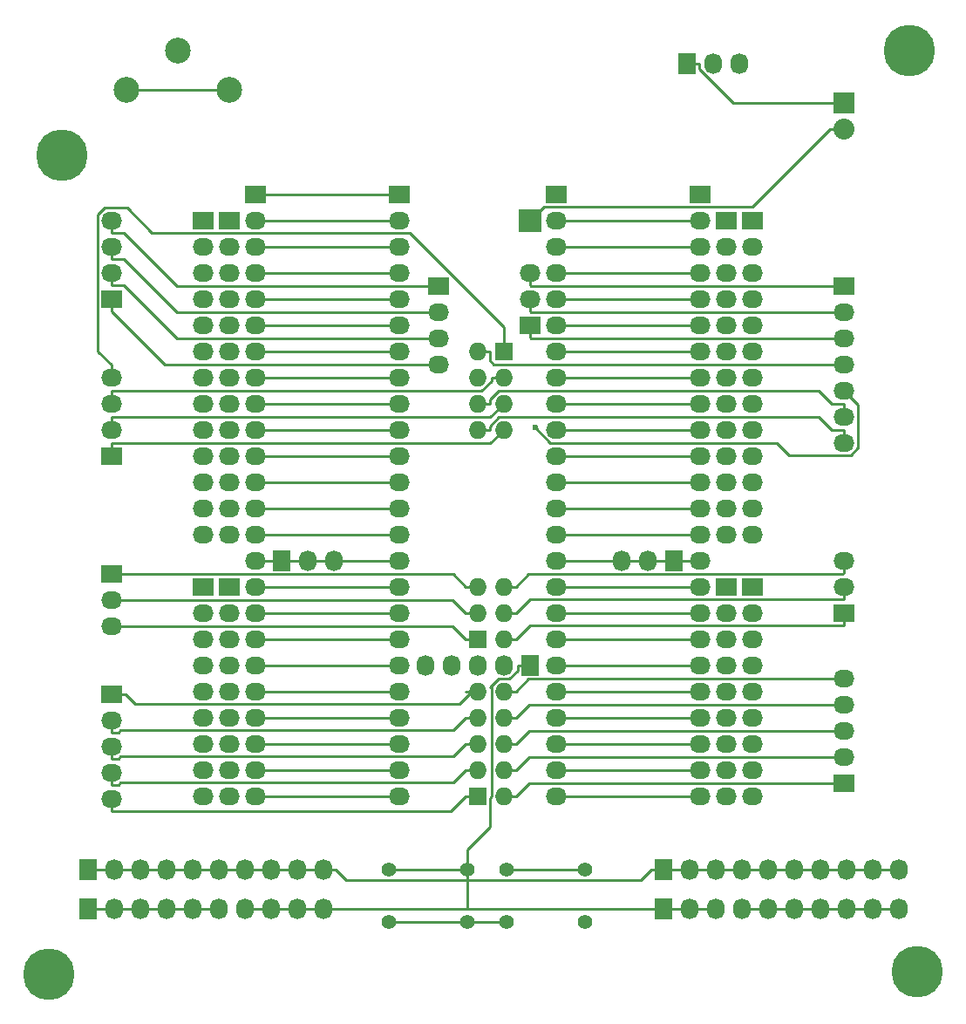
<source format=gbr>
G04 #@! TF.FileFunction,Copper,L2,Bot,Signal*
%FSLAX46Y46*%
G04 Gerber Fmt 4.6, Leading zero omitted, Abs format (unit mm)*
G04 Created by KiCad (PCBNEW 4.0.4-stable) date 12/08/16 13:32:53*
%MOMM*%
%LPD*%
G01*
G04 APERTURE LIST*
%ADD10C,0.100000*%
%ADD11C,1.397000*%
%ADD12R,1.727200X2.032000*%
%ADD13O,1.727200X2.032000*%
%ADD14C,2.499360*%
%ADD15R,2.032000X1.727200*%
%ADD16O,2.032000X1.727200*%
%ADD17R,1.727200X1.727200*%
%ADD18O,1.727200X1.727200*%
%ADD19R,2.235200X2.235200*%
%ADD20R,2.032000X2.032000*%
%ADD21O,2.032000X2.032000*%
%ADD22C,5.000000*%
%ADD23C,0.600000*%
%ADD24C,0.250000*%
G04 APERTURE END LIST*
D10*
D11*
X122174000Y-116332000D03*
X122174000Y-121412000D03*
X114554000Y-116332000D03*
X114554000Y-121412000D03*
D12*
X129794000Y-120142000D03*
D13*
X132334000Y-120142000D03*
X134874000Y-120142000D03*
X137414000Y-120142000D03*
X139954000Y-120142000D03*
X142494000Y-120142000D03*
X145034000Y-120142000D03*
X147574000Y-120142000D03*
X150114000Y-120142000D03*
X152654000Y-120142000D03*
D12*
X73914000Y-120142000D03*
D13*
X76454000Y-120142000D03*
X78994000Y-120142000D03*
X81534000Y-120142000D03*
X84074000Y-120142000D03*
X86614000Y-120142000D03*
X89154000Y-120142000D03*
X91694000Y-120142000D03*
X94234000Y-120142000D03*
X96774000Y-120142000D03*
D12*
X73914000Y-116332000D03*
D13*
X76454000Y-116332000D03*
X78994000Y-116332000D03*
X81534000Y-116332000D03*
X84074000Y-116332000D03*
X86614000Y-116332000D03*
X89154000Y-116332000D03*
X91694000Y-116332000D03*
X94234000Y-116332000D03*
X96774000Y-116332000D03*
D14*
X77627440Y-40640020D03*
X82628700Y-36840180D03*
X87629960Y-40640020D03*
D15*
X85090000Y-53340000D03*
D16*
X85090000Y-55880000D03*
X85090000Y-58420000D03*
X85090000Y-60960000D03*
X85090000Y-63500000D03*
X85090000Y-66040000D03*
X85090000Y-68580000D03*
X85090000Y-71120000D03*
X85090000Y-73660000D03*
X85090000Y-76200000D03*
X85090000Y-78740000D03*
X85090000Y-81280000D03*
X85090000Y-83820000D03*
D15*
X85090000Y-88900000D03*
D16*
X85090000Y-91440000D03*
X85090000Y-93980000D03*
X85090000Y-96520000D03*
X85090000Y-99060000D03*
X85090000Y-101600000D03*
X85090000Y-104140000D03*
X85090000Y-106680000D03*
X85090000Y-109220000D03*
D15*
X87630000Y-53340000D03*
D16*
X87630000Y-55880000D03*
X87630000Y-58420000D03*
X87630000Y-60960000D03*
X87630000Y-63500000D03*
X87630000Y-66040000D03*
X87630000Y-68580000D03*
X87630000Y-71120000D03*
X87630000Y-73660000D03*
X87630000Y-76200000D03*
X87630000Y-78740000D03*
X87630000Y-81280000D03*
X87630000Y-83820000D03*
D15*
X87630000Y-88900000D03*
D16*
X87630000Y-91440000D03*
X87630000Y-93980000D03*
X87630000Y-96520000D03*
X87630000Y-99060000D03*
X87630000Y-101600000D03*
X87630000Y-104140000D03*
X87630000Y-106680000D03*
X87630000Y-109220000D03*
D12*
X92710000Y-86360000D03*
D13*
X95250000Y-86360000D03*
X97790000Y-86360000D03*
D12*
X130810000Y-86360000D03*
D13*
X128270000Y-86360000D03*
X125730000Y-86360000D03*
D12*
X132080000Y-38100000D03*
D13*
X134620000Y-38100000D03*
X137160000Y-38100000D03*
D15*
X90170000Y-50800000D03*
D16*
X90170000Y-53340000D03*
X90170000Y-55880000D03*
X90170000Y-58420000D03*
X90170000Y-60960000D03*
X90170000Y-63500000D03*
X90170000Y-66040000D03*
X90170000Y-68580000D03*
X90170000Y-71120000D03*
X90170000Y-73660000D03*
X90170000Y-76200000D03*
X90170000Y-78740000D03*
X90170000Y-81280000D03*
X90170000Y-83820000D03*
X90170000Y-86360000D03*
X90170000Y-88900000D03*
X90170000Y-91440000D03*
X90170000Y-93980000D03*
X90170000Y-96520000D03*
X90170000Y-99060000D03*
X90170000Y-101600000D03*
X90170000Y-104140000D03*
X90170000Y-106680000D03*
X90170000Y-109220000D03*
D15*
X104140000Y-50800000D03*
D16*
X104140000Y-53340000D03*
X104140000Y-55880000D03*
X104140000Y-58420000D03*
X104140000Y-60960000D03*
X104140000Y-63500000D03*
X104140000Y-66040000D03*
X104140000Y-68580000D03*
X104140000Y-71120000D03*
X104140000Y-73660000D03*
X104140000Y-76200000D03*
X104140000Y-78740000D03*
X104140000Y-81280000D03*
X104140000Y-83820000D03*
X104140000Y-86360000D03*
X104140000Y-88900000D03*
X104140000Y-91440000D03*
X104140000Y-93980000D03*
X104140000Y-96520000D03*
X104140000Y-99060000D03*
X104140000Y-101600000D03*
X104140000Y-104140000D03*
X104140000Y-106680000D03*
X104140000Y-109220000D03*
D15*
X76200000Y-87630000D03*
D16*
X76200000Y-90170000D03*
X76200000Y-92710000D03*
D15*
X119380000Y-50800000D03*
D16*
X119380000Y-53340000D03*
X119380000Y-55880000D03*
X119380000Y-58420000D03*
X119380000Y-60960000D03*
X119380000Y-63500000D03*
X119380000Y-66040000D03*
X119380000Y-68580000D03*
X119380000Y-71120000D03*
X119380000Y-73660000D03*
X119380000Y-76200000D03*
X119380000Y-78740000D03*
X119380000Y-81280000D03*
X119380000Y-83820000D03*
X119380000Y-86360000D03*
X119380000Y-88900000D03*
X119380000Y-91440000D03*
X119380000Y-93980000D03*
X119380000Y-96520000D03*
X119380000Y-99060000D03*
X119380000Y-101600000D03*
X119380000Y-104140000D03*
X119380000Y-106680000D03*
X119380000Y-109220000D03*
D15*
X133350000Y-50800000D03*
D16*
X133350000Y-53340000D03*
X133350000Y-55880000D03*
X133350000Y-58420000D03*
X133350000Y-60960000D03*
X133350000Y-63500000D03*
X133350000Y-66040000D03*
X133350000Y-68580000D03*
X133350000Y-71120000D03*
X133350000Y-73660000D03*
X133350000Y-76200000D03*
X133350000Y-78740000D03*
X133350000Y-81280000D03*
X133350000Y-83820000D03*
X133350000Y-86360000D03*
X133350000Y-88900000D03*
X133350000Y-91440000D03*
X133350000Y-93980000D03*
X133350000Y-96520000D03*
X133350000Y-99060000D03*
X133350000Y-101600000D03*
X133350000Y-104140000D03*
X133350000Y-106680000D03*
X133350000Y-109220000D03*
D15*
X135890000Y-53340000D03*
D16*
X135890000Y-55880000D03*
X135890000Y-58420000D03*
X135890000Y-60960000D03*
X135890000Y-63500000D03*
X135890000Y-66040000D03*
X135890000Y-68580000D03*
X135890000Y-71120000D03*
X135890000Y-73660000D03*
X135890000Y-76200000D03*
X135890000Y-78740000D03*
X135890000Y-81280000D03*
X135890000Y-83820000D03*
D15*
X135890000Y-88900000D03*
D16*
X135890000Y-91440000D03*
X135890000Y-93980000D03*
X135890000Y-96520000D03*
X135890000Y-99060000D03*
X135890000Y-101600000D03*
X135890000Y-104140000D03*
X135890000Y-106680000D03*
X135890000Y-109220000D03*
D15*
X138430000Y-53340000D03*
D16*
X138430000Y-55880000D03*
X138430000Y-58420000D03*
X138430000Y-60960000D03*
X138430000Y-63500000D03*
X138430000Y-66040000D03*
X138430000Y-68580000D03*
X138430000Y-71120000D03*
X138430000Y-73660000D03*
X138430000Y-76200000D03*
X138430000Y-78740000D03*
X138430000Y-81280000D03*
X138430000Y-83820000D03*
D15*
X138430000Y-88900000D03*
D16*
X138430000Y-91440000D03*
X138430000Y-93980000D03*
X138430000Y-96520000D03*
X138430000Y-99060000D03*
X138430000Y-101600000D03*
X138430000Y-104140000D03*
X138430000Y-106680000D03*
X138430000Y-109220000D03*
D15*
X116840000Y-63500000D03*
D16*
X116840000Y-60960000D03*
X116840000Y-58420000D03*
D15*
X76200000Y-76200000D03*
D16*
X76200000Y-73660000D03*
X76200000Y-71120000D03*
X76200000Y-68580000D03*
D17*
X114300000Y-66040000D03*
D18*
X111760000Y-66040000D03*
X114300000Y-68580000D03*
X111760000Y-68580000D03*
X114300000Y-71120000D03*
X111760000Y-71120000D03*
X114300000Y-73660000D03*
X111760000Y-73660000D03*
D17*
X111760000Y-93980000D03*
D18*
X114300000Y-93980000D03*
X111760000Y-91440000D03*
X114300000Y-91440000D03*
X111760000Y-88900000D03*
X114300000Y-88900000D03*
D17*
X111760000Y-109220000D03*
D18*
X114300000Y-109220000D03*
X111760000Y-106680000D03*
X114300000Y-106680000D03*
X111760000Y-104140000D03*
X114300000Y-104140000D03*
X111760000Y-101600000D03*
X114300000Y-101600000D03*
X111760000Y-99060000D03*
X114300000Y-99060000D03*
D19*
X116840000Y-53340000D03*
D20*
X147320000Y-41910000D03*
D21*
X147320000Y-44450000D03*
D15*
X147320000Y-59690000D03*
D16*
X147320000Y-62230000D03*
X147320000Y-64770000D03*
X147320000Y-67310000D03*
X147320000Y-69850000D03*
X147320000Y-72390000D03*
X147320000Y-74930000D03*
D15*
X76200000Y-99314000D03*
D16*
X76200000Y-101854000D03*
X76200000Y-104394000D03*
X76200000Y-106934000D03*
X76200000Y-109474000D03*
D12*
X116840000Y-96520000D03*
D13*
X114300000Y-96520000D03*
X111760000Y-96520000D03*
X109220000Y-96520000D03*
X106680000Y-96520000D03*
D15*
X107950000Y-59690000D03*
D16*
X107950000Y-62230000D03*
X107950000Y-64770000D03*
X107950000Y-67310000D03*
D15*
X76200000Y-60960000D03*
D16*
X76200000Y-58420000D03*
X76200000Y-55880000D03*
X76200000Y-53340000D03*
D15*
X147320000Y-107950000D03*
D16*
X147320000Y-105410000D03*
X147320000Y-102870000D03*
X147320000Y-100330000D03*
X147320000Y-97790000D03*
D12*
X129794000Y-116332000D03*
D13*
X132334000Y-116332000D03*
X134874000Y-116332000D03*
X137414000Y-116332000D03*
X139954000Y-116332000D03*
X142494000Y-116332000D03*
X145034000Y-116332000D03*
X147574000Y-116332000D03*
X150114000Y-116332000D03*
X152654000Y-116332000D03*
D11*
X110744000Y-116332000D03*
X110744000Y-121412000D03*
X103124000Y-116332000D03*
X103124000Y-121412000D03*
D15*
X147320000Y-91440000D03*
D16*
X147320000Y-88900000D03*
X147320000Y-86360000D03*
D22*
X153670000Y-36830000D03*
X71374000Y-46990000D03*
X70104000Y-126492000D03*
X154432000Y-126238000D03*
D23*
X117347000Y-73487200D03*
D24*
X87630000Y-40640000D02*
X77627400Y-40640000D01*
X104140000Y-50800000D02*
X90170000Y-50800000D01*
X132334000Y-116332000D02*
X129794000Y-116332000D01*
X128605000Y-116332000D02*
X129794000Y-116332000D01*
X127577000Y-117360000D02*
X128605000Y-116332000D01*
X98991400Y-117360000D02*
X127577000Y-117360000D01*
X97962900Y-116332000D02*
X98991400Y-117360000D01*
X96774000Y-116332000D02*
X97962900Y-116332000D01*
X96774000Y-116332000D02*
X94234000Y-116332000D01*
X152654000Y-116332000D02*
X150114000Y-116332000D01*
X150114000Y-116332000D02*
X147574000Y-116332000D01*
X147574000Y-116332000D02*
X145034000Y-116332000D01*
X145034000Y-116332000D02*
X142494000Y-116332000D01*
X78994000Y-116332000D02*
X76454000Y-116332000D01*
X76454000Y-116332000D02*
X73914000Y-116332000D01*
X137414000Y-116332000D02*
X134874000Y-116332000D01*
X134874000Y-116332000D02*
X132334000Y-116332000D01*
X84074000Y-116332000D02*
X81534000Y-116332000D01*
X81534000Y-116332000D02*
X78994000Y-116332000D01*
X142494000Y-116332000D02*
X139954000Y-116332000D01*
X139954000Y-116332000D02*
X137414000Y-116332000D01*
X89154000Y-116332000D02*
X86614000Y-116332000D01*
X86614000Y-116332000D02*
X84074000Y-116332000D01*
X94234000Y-116332000D02*
X91694000Y-116332000D01*
X91694000Y-116332000D02*
X89154000Y-116332000D01*
X136559000Y-41910000D02*
X147320000Y-41910000D01*
X133269000Y-38620100D02*
X136559000Y-41910000D01*
X133269000Y-38100000D02*
X133269000Y-38620100D01*
X132080000Y-38100000D02*
X133269000Y-38100000D01*
X129794000Y-120142000D02*
X96774000Y-120142000D01*
X152654000Y-120142000D02*
X150114000Y-120142000D01*
X94234000Y-120142000D02*
X96774000Y-120142000D01*
X86614000Y-120142000D02*
X84074000Y-120142000D01*
X84074000Y-120142000D02*
X81534000Y-120142000D01*
X81534000Y-120142000D02*
X78994000Y-120142000D01*
X145034000Y-120142000D02*
X142494000Y-120142000D01*
X78994000Y-120142000D02*
X76454000Y-120142000D01*
X76454000Y-120142000D02*
X73914000Y-120142000D01*
X150114000Y-120142000D02*
X147574000Y-120142000D01*
X147574000Y-120142000D02*
X145034000Y-120142000D01*
X94234000Y-120142000D02*
X91694000Y-120142000D01*
X91694000Y-120142000D02*
X89154000Y-120142000D01*
X134874000Y-120142000D02*
X132334000Y-120142000D01*
X132334000Y-120142000D02*
X129794000Y-120142000D01*
X142494000Y-120142000D02*
X139954000Y-120142000D01*
X139954000Y-120142000D02*
X137414000Y-120142000D01*
X90170000Y-86360000D02*
X92710000Y-86360000D01*
X104140000Y-86360000D02*
X97790000Y-86360000D01*
X97790000Y-86360000D02*
X95250000Y-86360000D01*
X95250000Y-86360000D02*
X92710000Y-86360000D01*
X133350000Y-86360000D02*
X130810000Y-86360000D01*
X103124000Y-121412000D02*
X110744000Y-121412000D01*
X119380000Y-86360000D02*
X125730000Y-86360000D01*
X125730000Y-86360000D02*
X128270000Y-86360000D01*
X128270000Y-86360000D02*
X130810000Y-86360000D01*
X114554000Y-121412000D02*
X110744000Y-121412000D01*
X104140000Y-53340000D02*
X90170000Y-53340000D01*
X90170000Y-55880000D02*
X104140000Y-55880000D01*
X104140000Y-58420000D02*
X90170000Y-58420000D01*
X104140000Y-60960000D02*
X90170000Y-60960000D01*
X104140000Y-63500000D02*
X90170000Y-63500000D01*
X104140000Y-66040000D02*
X90170000Y-66040000D01*
X104140000Y-68580000D02*
X90170000Y-68580000D01*
X104140000Y-71120000D02*
X90170000Y-71120000D01*
X104140000Y-73660000D02*
X90170000Y-73660000D01*
X104140000Y-76200000D02*
X90170000Y-76200000D01*
X104140000Y-78740000D02*
X90170000Y-78740000D01*
X104140000Y-81280000D02*
X90170000Y-81280000D01*
X104140000Y-83820000D02*
X90170000Y-83820000D01*
X104140000Y-88900000D02*
X90170000Y-88900000D01*
X104140000Y-91440000D02*
X90170000Y-91440000D01*
X104140000Y-93980000D02*
X90170000Y-93980000D01*
X104140000Y-96520000D02*
X90170000Y-96520000D01*
X104140000Y-99060000D02*
X90170000Y-99060000D01*
X104140000Y-101600000D02*
X90170000Y-101600000D01*
X104140000Y-104140000D02*
X90170000Y-104140000D01*
X104140000Y-106680000D02*
X90170000Y-106680000D01*
X104140000Y-109220000D02*
X90170000Y-109220000D01*
X110571000Y-88900000D02*
X111760000Y-88900000D01*
X109382000Y-87711100D02*
X110571000Y-88900000D01*
X77622400Y-87711100D02*
X109382000Y-87711100D01*
X77541300Y-87630000D02*
X77622400Y-87711100D01*
X76200000Y-87630000D02*
X77541300Y-87630000D01*
X109301000Y-90170000D02*
X76200000Y-90170000D01*
X110571000Y-91440000D02*
X109301000Y-90170000D01*
X111760000Y-91440000D02*
X110571000Y-91440000D01*
X109301000Y-92710000D02*
X76200000Y-92710000D01*
X110571000Y-93980000D02*
X109301000Y-92710000D01*
X111760000Y-93980000D02*
X110571000Y-93980000D01*
X119380000Y-53340000D02*
X133350000Y-53340000D01*
X119380000Y-55880000D02*
X133350000Y-55880000D01*
X119380000Y-58420000D02*
X133350000Y-58420000D01*
X119380000Y-60960000D02*
X133350000Y-60960000D01*
X119380000Y-63500000D02*
X133350000Y-63500000D01*
X119380000Y-66040000D02*
X133350000Y-66040000D01*
X119380000Y-68580000D02*
X133350000Y-68580000D01*
X119380000Y-71120000D02*
X133350000Y-71120000D01*
X119380000Y-73660000D02*
X133350000Y-73660000D01*
X119380000Y-76200000D02*
X133350000Y-76200000D01*
X119380000Y-78740000D02*
X133350000Y-78740000D01*
X119380000Y-81280000D02*
X133350000Y-81280000D01*
X119380000Y-83820000D02*
X133350000Y-83820000D01*
X119380000Y-88900000D02*
X133350000Y-88900000D01*
X119380000Y-91440000D02*
X133350000Y-91440000D01*
X119380000Y-93980000D02*
X133350000Y-93980000D01*
X119380000Y-96520000D02*
X133350000Y-96520000D01*
X119380000Y-99060000D02*
X133350000Y-99060000D01*
X119380000Y-101600000D02*
X133350000Y-101600000D01*
X119380000Y-104140000D02*
X133350000Y-104140000D01*
X119380000Y-106680000D02*
X133350000Y-106680000D01*
X119380000Y-109220000D02*
X133350000Y-109220000D01*
X116921000Y-64770000D02*
X147320000Y-64770000D01*
X116840000Y-64688900D02*
X116921000Y-64770000D01*
X116840000Y-63500000D02*
X116840000Y-64688900D01*
X116921000Y-62230000D02*
X147320000Y-62230000D01*
X116840000Y-62148900D02*
X116921000Y-62230000D01*
X116840000Y-60960000D02*
X116840000Y-62148900D01*
X116921000Y-59690000D02*
X147320000Y-59690000D01*
X116840000Y-59608900D02*
X116921000Y-59690000D01*
X116840000Y-58420000D02*
X116840000Y-59608900D01*
X112949000Y-75011100D02*
X114300000Y-73660000D01*
X76200000Y-75011100D02*
X112949000Y-75011100D01*
X76200000Y-76200000D02*
X76200000Y-75011100D01*
X112949000Y-72471100D02*
X114300000Y-71120000D01*
X76200000Y-72471100D02*
X112949000Y-72471100D01*
X76200000Y-73660000D02*
X76200000Y-72471100D01*
X113111000Y-68580000D02*
X114300000Y-68580000D01*
X113111000Y-68951600D02*
X113111000Y-68580000D01*
X112132000Y-69931100D02*
X113111000Y-68951600D01*
X76200000Y-69931100D02*
X112132000Y-69931100D01*
X76200000Y-71120000D02*
X76200000Y-69931100D01*
X114300000Y-63688000D02*
X114300000Y-66040000D01*
X105141000Y-54529000D02*
X114300000Y-63688000D01*
X80144200Y-54529000D02*
X105141000Y-54529000D01*
X77749100Y-52133900D02*
X80144200Y-54529000D01*
X75490900Y-52133900D02*
X77749100Y-52133900D01*
X74858600Y-52766200D02*
X75490900Y-52133900D01*
X74858600Y-66049700D02*
X74858600Y-52766200D01*
X76200000Y-67391100D02*
X74858600Y-66049700D01*
X76200000Y-68580000D02*
X76200000Y-67391100D01*
X113327000Y-67310000D02*
X147320000Y-67310000D01*
X112949000Y-66931700D02*
X113327000Y-67310000D01*
X112949000Y-66040000D02*
X112949000Y-66931700D01*
X111760000Y-66040000D02*
X112949000Y-66040000D01*
X118790000Y-74930000D02*
X117347000Y-73487200D01*
X140819000Y-74930000D02*
X118790000Y-74930000D01*
X142027000Y-76138100D02*
X140819000Y-74930000D01*
X147989000Y-76138100D02*
X142027000Y-76138100D01*
X148696000Y-75431000D02*
X147989000Y-76138100D01*
X148696000Y-71225800D02*
X148696000Y-75431000D01*
X147320000Y-69850000D02*
X148696000Y-71225800D01*
X147320000Y-71201100D02*
X147320000Y-72390000D01*
X146131000Y-71201100D02*
X147320000Y-71201100D01*
X144861000Y-69931100D02*
X146131000Y-71201100D01*
X113766000Y-69931100D02*
X144861000Y-69931100D01*
X112949000Y-70748400D02*
X113766000Y-69931100D01*
X112949000Y-71120000D02*
X112949000Y-70748400D01*
X111760000Y-71120000D02*
X112949000Y-71120000D01*
X147320000Y-73741100D02*
X147320000Y-74930000D01*
X146131000Y-73741100D02*
X147320000Y-73741100D01*
X144857000Y-72467200D02*
X146131000Y-73741100D01*
X113811000Y-72467200D02*
X144857000Y-72467200D01*
X112949000Y-73329100D02*
X113811000Y-72467200D01*
X112949000Y-73660000D02*
X112949000Y-73329100D01*
X111760000Y-73660000D02*
X112949000Y-73660000D01*
X115489000Y-93980000D02*
X114300000Y-93980000D01*
X116840000Y-92628900D02*
X115489000Y-93980000D01*
X147320000Y-92628900D02*
X116840000Y-92628900D01*
X147320000Y-91440000D02*
X147320000Y-92628900D01*
X115489000Y-91440000D02*
X114300000Y-91440000D01*
X116840000Y-90088900D02*
X115489000Y-91440000D01*
X147320000Y-90088900D02*
X116840000Y-90088900D01*
X147320000Y-88900000D02*
X147320000Y-90088900D01*
X115489000Y-88900000D02*
X114300000Y-88900000D01*
X116678000Y-87711100D02*
X115489000Y-88900000D01*
X147158000Y-87711100D02*
X116678000Y-87711100D01*
X147320000Y-87548900D02*
X147158000Y-87711100D01*
X147320000Y-86360000D02*
X147320000Y-87548900D01*
X109128200Y-110662900D02*
X110571100Y-109220000D01*
X76200000Y-110662900D02*
X109128200Y-110662900D01*
X76200000Y-109474000D02*
X76200000Y-110662900D01*
X111760000Y-109220000D02*
X110571100Y-109220000D01*
X116759000Y-107950000D02*
X147320000Y-107950000D01*
X115489000Y-109220000D02*
X116759000Y-107950000D01*
X114300000Y-109220000D02*
X115489000Y-109220000D01*
X111760000Y-106680000D02*
X110571000Y-106680000D01*
X76844900Y-108122900D02*
X76200000Y-108122900D01*
X77081400Y-107886400D02*
X76844900Y-108122900D01*
X109364600Y-107886400D02*
X77081400Y-107886400D01*
X110571000Y-106680000D02*
X109364600Y-107886400D01*
X76200000Y-106934000D02*
X76200000Y-108122900D01*
X116759000Y-105410000D02*
X147320000Y-105410000D01*
X115489000Y-106680000D02*
X116759000Y-105410000D01*
X114300000Y-106680000D02*
X115489000Y-106680000D01*
X111760000Y-104140000D02*
X110571000Y-104140000D01*
X76844900Y-105582900D02*
X76200000Y-105582900D01*
X77081400Y-105346400D02*
X76844900Y-105582900D01*
X109364600Y-105346400D02*
X77081400Y-105346400D01*
X110571000Y-104140000D02*
X109364600Y-105346400D01*
X76200000Y-104394000D02*
X76200000Y-105582900D01*
X116759000Y-102870000D02*
X147320000Y-102870000D01*
X115489000Y-104140000D02*
X116759000Y-102870000D01*
X114300000Y-104140000D02*
X115489000Y-104140000D01*
X111760000Y-101600000D02*
X110571000Y-101600000D01*
X76844900Y-103042900D02*
X76200000Y-103042900D01*
X77081400Y-102806400D02*
X76844900Y-103042900D01*
X109364600Y-102806400D02*
X77081400Y-102806400D01*
X110571000Y-101600000D02*
X109364600Y-102806400D01*
X76200000Y-101854000D02*
X76200000Y-103042900D01*
X116759000Y-100330000D02*
X147320000Y-100330000D01*
X115489000Y-101600000D02*
X116759000Y-100330000D01*
X114300000Y-101600000D02*
X115489000Y-101600000D01*
X111760000Y-99060000D02*
X111165500Y-99060000D01*
X111165500Y-99060000D02*
X110571000Y-99060000D01*
X78493800Y-100266500D02*
X77541300Y-99314000D01*
X109959000Y-100266500D02*
X78493800Y-100266500D01*
X111165500Y-99060000D02*
X109959000Y-100266500D01*
X76200000Y-99314000D02*
X77541300Y-99314000D01*
X145979000Y-97790000D02*
X147320000Y-97790000D01*
X145898000Y-97871100D02*
X145979000Y-97790000D01*
X116678000Y-97871100D02*
X145898000Y-97871100D01*
X115489000Y-99060000D02*
X116678000Y-97871100D01*
X114300000Y-99060000D02*
X115489000Y-99060000D01*
X118191000Y-51989000D02*
X116840000Y-53340000D01*
X138440000Y-51989000D02*
X118191000Y-51989000D01*
X145979000Y-44450000D02*
X138440000Y-51989000D01*
X147320000Y-44450000D02*
X145979000Y-44450000D01*
X103124000Y-116332000D02*
X110744000Y-116332000D01*
X113111000Y-98536300D02*
X112949000Y-98698300D01*
X113781000Y-97866200D02*
X113111000Y-98536300D01*
X114825000Y-97866200D02*
X113781000Y-97866200D01*
X115651000Y-97040100D02*
X114825000Y-97866200D01*
X115651000Y-96520000D02*
X115651000Y-97040100D01*
X116840000Y-96520000D02*
X115651000Y-96520000D01*
X110744000Y-114415000D02*
X110744000Y-116332000D01*
X112949000Y-112210000D02*
X110744000Y-114415000D01*
X112949000Y-109394000D02*
X112949000Y-112210000D01*
X113111000Y-109232000D02*
X112949000Y-109394000D01*
X113111000Y-98536300D02*
X113111000Y-109232000D01*
X110744000Y-116332000D02*
X110744000Y-120142000D01*
X114554000Y-116332000D02*
X122174000Y-116332000D01*
X82550000Y-59690000D02*
X107950000Y-59690000D01*
X77388900Y-54528900D02*
X82550000Y-59690000D01*
X76200000Y-54528900D02*
X77388900Y-54528900D01*
X76200000Y-53340000D02*
X76200000Y-54528900D01*
X82550000Y-62230000D02*
X107950000Y-62230000D01*
X77388900Y-57068900D02*
X82550000Y-62230000D01*
X76200000Y-57068900D02*
X77388900Y-57068900D01*
X76200000Y-55880000D02*
X76200000Y-57068900D01*
X82550000Y-64770000D02*
X107950000Y-64770000D01*
X77388900Y-59608900D02*
X82550000Y-64770000D01*
X76200000Y-59608900D02*
X77388900Y-59608900D01*
X76200000Y-58420000D02*
X76200000Y-59608900D01*
X81361100Y-67310000D02*
X107950000Y-67310000D01*
X76200000Y-62148900D02*
X81361100Y-67310000D01*
X76200000Y-60960000D02*
X76200000Y-62148900D01*
M02*

</source>
